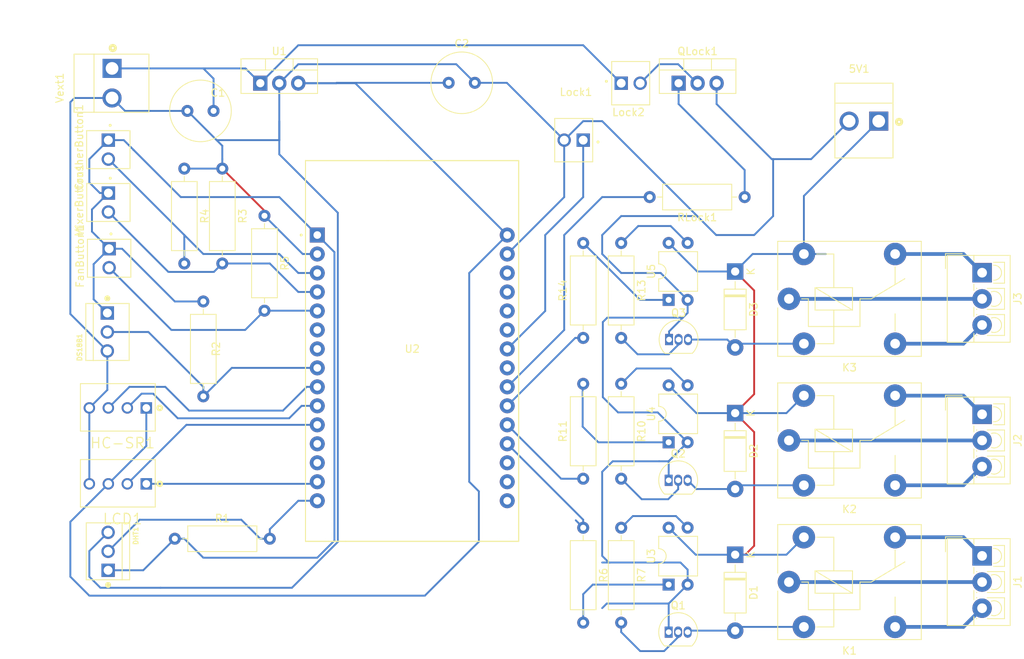
<source format=kicad_pcb>
(kicad_pcb (version 20221018) (generator pcbnew)
  (layers (0 "F.Cu" signal) (31 "B.Cu" signal) (34 "B.Paste" user) (35 "F.Paste" user) (36 "B.SilkS" user "B.Silkscreen") (37 "F.SilkS" user "F.Silkscreen") (38 "B.Mask" user) (39 "F.Mask" user) (44 "Edge.Cuts" user))
  (net 0 "")
  (net 1 "5V")
  (net 2 "GND")
  (net 3 "/VCC")
  (net 4 "/3V3")
  (net 5 "/CrusherBtn")
  (net 6 "Net-(J1-Pin_1)")
  (net 7 "Net-(D1-A)")
  (net 8 "Net-(D2-A)")
  (net 9 "Net-(D3-A)")
  (net 10 "/DHT")
  (net 11 "/DS18B20")
  (net 12 "/FanBtn")
  (net 13 "Net-(J3-Pin_1)")
  (net 14 "/Trig_HC-SR04")
  (net 15 "/Echo_HC-SR04")
  (net 16 "Net-(J1-Pin_2)")
  (net 17 "Net-(J1-Pin_3)")
  (net 18 "Net-(J2-Pin_1)")
  (net 19 "Net-(J2-Pin_2)")
  (net 20 "Net-(J2-Pin_3)")
  (net 21 "Net-(J3-Pin_2)")
  (net 22 "Net-(J3-Pin_3)")
  (net 23 "/LCD_SCL")
  (net 24 "/LCD_SDA")
  (net 25 "/Lid")
  (net 26 "Net-(QLock1-C)")
  (net 27 "/MixerBtn")
  (net 28 "Net-(Q1-B)")
  (net 29 "Net-(Q2-B)")
  (net 30 "Net-(Q3-B)")
  (net 31 "Net-(QLock1-B)")
  (net 32 "/Crusher")
  (net 33 "Net-(R6-Pad2)")
  (net 34 "Net-(R7-Pad1)")
  (net 35 "Net-(R10-Pad1)")
  (net 36 "/Mixer")
  (net 37 "Net-(R11-Pad2)")
  (net 38 "Net-(R13-Pad1)")
  (net 39 "/Fan")
  (net 40 "Net-(R14-Pad2)")
  (net 41 "/Lock")
  (footprint "TerminalBlock_4Ucon:TerminalBlock_4Ucon_1x03_P3.50mm_Vertical" (layer "F.Cu") (at 215.9 112.89 -90)
    (fp_text reference "J2" (at 3.5 -4.76 90) (layer "F.SilkS"))
    (fp_text value "MixerScrewTerminal1")
    (pad "1" thru_hole rect (at 0 0 270) (size 2.6 2.6) (drill 1.3) (layers "*.Cu" "*.Mask") (net 18 "Net-(J2-Pin_1)"))
    (pad "2" thru_hole circle (at 3.5 0 270) (size 2.6 2.6) (drill 1.3) (layers "*.Cu" "*.Mask") (net 19 "Net-(J2-Pin_2)"))
    (pad "3" thru_hole circle (at 7 0 270) (size 2.6 2.6) (drill 1.3) (layers "*.Cu" "*.Mask") (net 20 "Net-(J2-Pin_3)"))
  )
  (footprint "Conectores_Molex:Molex_100_3pines" (layer "F.Cu") (at 98.927576 101.875 90)
    (fp_text reference "DS18B1" (at -2.064295 -3.706527 90) (layer "F.SilkS") (effects (font (size 0.630011 0.630011))))
    (fp_text value "Molex 0.100")
    (pad "1" thru_hole rect (at 2.54 0 90) (size 1.785 1.785) (drill 1.19) (layers "*.Cu" "*.Mask") (net 4 "/3V3"))
    (pad "2" thru_hole circle (at 0 0 90) (size 1.785 1.785) (drill 1.19) (layers "*.Cu" "*.Mask") (net 11 "/DS18B20"))
    (pad "3" thru_hole circle (at -2.54 0 90) (size 1.785 1.785) (drill 1.19) (layers "*.Cu" "*.Mask") (net 2 "GND"))
  )
  (footprint "Resistor_THT:R_Axial_DIN0309_L9.0mm_D3.2mm_P12.70mm_Horizontal" (layer "F.Cu") (at 114.3 80.01 -90)
    (fp_text reference "R3" (at 6.35 -2.72 90) (layer "F.SilkS"))
    (fp_text value "10k")
    (pad "1" thru_hole circle (at 0 0 270) (size 1.6 1.6) (drill 0.8) (layers "*.Cu" "*.Mask") (net 2 "GND"))
    (pad "2" thru_hole oval (at 12.7 0 270) (size 1.6 1.6) (drill 0.8) (layers "*.Cu" "*.Mask") (net 27 "/MixerBtn"))
  )
  (footprint "Resistor_THT:R_Axial_DIN0309_L9.0mm_D3.2mm_P12.70mm_Horizontal" (layer "F.Cu") (at 162.56 128.07 -90)
    (fp_text reference "R6" (at 6.35 -2.72 90) (layer "F.SilkS"))
    (fp_text value "100")
    (pad "1" thru_hole circle (at 0 0 270) (size 1.6 1.6) (drill 0.8) (layers "*.Cu" "*.Mask") (net 32 "/Crusher"))
    (pad "2" thru_hole oval (at 12.7 0 270) (size 1.6 1.6) (drill 0.8) (layers "*.Cu" "*.Mask") (net 33 "Net-(R6-Pad2)"))
  )
  (footprint "Resistor_THT:R_Axial_DIN0309_L9.0mm_D3.2mm_P12.70mm_Horizontal" (layer "F.Cu") (at 107.95 129.54)
    (fp_text reference "R1" (at 6.35 -2.72) (layer "F.SilkS"))
    (fp_text value "4k7")
    (pad "1" thru_hole circle (at 0 0) (size 1.6 1.6) (drill 0.8) (layers "*.Cu" "*.Mask") (net 4 "/3V3"))
    (pad "2" thru_hole oval (at 12.7 0) (size 1.6 1.6) (drill 0.8) (layers "*.Cu" "*.Mask") (net 10 "/DHT"))
  )
  (footprint "Conectores_Molex:Molex_100_2pines" (layer "F.Cu") (at 161.29 76.2)
    (fp_text reference "Lock1" (at 0.30039 -6.43021) (layer "F.SilkS") (effects (font (size 1.001339 1.001339))))
    (fp_text value "Molex 0.100")
    (pad "1" thru_hole rect (at 1.27 0) (size 1.785 1.785) (drill 1.19) (layers "*.Cu" "*.Mask") (net 25 "/Lid"))
    (pad "2" thru_hole circle (at -1.27 0) (size 1.785 1.785) (drill 1.19) (layers "*.Cu" "*.Mask") (net 2 "GND"))
  )
  (footprint "Package_DIP:DIP-4_W7.62mm" (layer "F.Cu") (at 173.985 97.58 90)
    (fp_text reference "U5" (at 3.81 -2.33 90) (layer "F.SilkS"))
    (fp_text value "PC817")
    (pad "1" thru_hole rect (at 0 0 90) (size 1.6 1.6) (drill 0.8) (layers "*.Cu" "*.Mask") (net 40 "Net-(R14-Pad2)"))
    (pad "2" thru_hole oval (at 0 2.54 90) (size 1.6 1.6) (drill 0.8) (layers "*.Cu" "*.Mask") (net 2 "GND"))
    (pad "3" thru_hole oval (at 7.62 2.54 90) (size 1.6 1.6) (drill 0.8) (layers "*.Cu" "*.Mask") (net 38 "Net-(R13-Pad1)"))
    (pad "4" thru_hole oval (at 7.62 0 90) (size 1.6 1.6) (drill 0.8) (layers "*.Cu" "*.Mask") (net 1 "5V"))
  )
  (footprint "Conectores_Molex:Molex_100_4pines" (layer "F.Cu") (at 100.33 112.035 180)
    (fp_text reference "HC-SR1" (at -0.63545 -4.70238) (layer "F.SilkS") (effects (font (size 1.401008 1.401008))))
    (fp_text value "Molex 0.100")
    (pad "1" thru_hole rect (at -3.81 0 180) (size 1.53 1.53) (drill 1.02) (layers "*.Cu" "*.Mask") (net 1 "5V"))
    (pad "2" thru_hole circle (at -1.27 0 180) (size 1.53 1.53) (drill 1.02) (layers "*.Cu" "*.Mask") (net 14 "/Trig_HC-SR04"))
    (pad "3" thru_hole circle (at 1.27 0 180) (size 1.53 1.53) (drill 1.02) (layers "*.Cu" "*.Mask") (net 15 "/Echo_HC-SR04"))
    (pad "4" thru_hole circle (at 3.81 0 180) (size 1.53 1.53) (drill 1.02) (layers "*.Cu" "*.Mask") (net 2 "GND"))
  )
  (footprint "Conectores_Molex:Molex_100_4pines" (layer "F.Cu") (at 100.33 122.195 180)
    (fp_text reference "LCD1" (at -0.63545 -4.70238) (layer "F.SilkS") (effects (font (size 1.401008 1.401008))))
    (fp_text value "Molex 0.100")
    (pad "1" thru_hole rect (at -3.81 0 180) (size 1.53 1.53) (drill 1.02) (layers "*.Cu" "*.Mask") (net 23 "/LCD_SCL"))
    (pad "2" thru_hole circle (at -1.27 0 180) (size 1.53 1.53) (drill 1.02) (layers "*.Cu" "*.Mask") (net 24 "/LCD_SDA"))
    (pad "3" thru_hole circle (at 1.27 0 180) (size 1.53 1.53) (drill 1.02) (layers "*.Cu" "*.Mask") (net 1 "5V"))
    (pad "4" thru_hole circle (at 3.81 0 180) (size 1.53 1.53) (drill 1.02) (layers "*.Cu" "*.Mask") (net 2 "GND"))
  )
  (footprint "Resistor_THT:R_Axial_DIN0309_L9.0mm_D3.2mm_P12.70mm_Horizontal" (layer "F.Cu") (at 167.64 89.97 -90)
    (fp_text reference "R13" (at 6.35 -2.72 90) (layer "F.SilkS"))
    (fp_text value "220")
    (pad "1" thru_hole circle (at 0 0 270) (size 1.6 1.6) (drill 0.8) (layers "*.Cu" "*.Mask") (net 38 "Net-(R13-Pad1)"))
    (pad "2" thru_hole oval (at 12.7 0 270) (size 1.6 1.6) (drill 0.8) (layers "*.Cu" "*.Mask") (net 30 "Net-(Q3-B)"))
  )
  (footprint "Resistor_THT:R_Axial_DIN0309_L9.0mm_D3.2mm_P12.70mm_Horizontal" (layer "F.Cu") (at 162.56 102.67 90)
    (fp_text reference "R14" (at 6.35 -2.72 90) (layer "F.SilkS"))
    (fp_text value "100")
    (pad "1" thru_hole circle (at 0 0 90) (size 1.6 1.6) (drill 0.8) (layers "*.Cu" "*.Mask") (net 39 "/Fan"))
    (pad "2" thru_hole oval (at 12.7 0 90) (size 1.6 1.6) (drill 0.8) (layers "*.Cu" "*.Mask") (net 40 "Net-(R14-Pad2)"))
  )
  (footprint "Relay_THT:Relay_SPDT_Finder_36.11" (layer "F.Cu") (at 190.07 116.39)
    (fp_text reference "K2" (at 8.1 9.2) (layer "F.SilkS"))
    (fp_text value "FINDER-36.11")
    (pad "11" thru_hole circle (at 0 0) (size 3 3) (drill 1.3) (layers "*.Cu" "*.Mask") (net 19 "Net-(J2-Pin_2)"))
    (pad "12" thru_hole circle (at 14.2 -6) (size 3 3) (drill 1.3) (layers "*.Cu" "*.Mask") (net 18 "Net-(J2-Pin_1)"))
    (pad "14" thru_hole circle (at 14.2 6) (size 3 3) (drill 1.3) (layers "*.Cu" "*.Mask") (net 20 "Net-(J2-Pin_3)"))
    (pad "A1" thru_hole circle (at 2 6) (size 3 3) (drill 1.3) (layers "*.Cu" "*.Mask") (net 8 "Net-(D2-A)"))
    (pad "A2" thru_hole circle (at 2 -6) (size 3 3) (drill 1.3) (layers "*.Cu" "*.Mask") (net 1 "5V"))
  )
  (footprint "Package_TO_SOT_THT:TO-220-3_Vertical" (layer "F.Cu") (at 175.316736 68.58)
    (fp_text reference "QLock1" (at 2.54 -4.27) (layer "F.SilkS"))
    (fp_text value "TIP120")
    (pad "1" thru_hole rect (at 0 0) (size 1.905 2) (drill 1.1) (layers "*.Cu" "*.Mask") (net 31 "Net-(QLock1-B)"))
    (pad "2" thru_hole oval (at 2.54 0) (size 1.905 2) (drill 1.1) (layers "*.Cu" "*.Mask") (net 26 "Net-(QLock1-C)"))
    (pad "3" thru_hole oval (at 5.08 0) (size 1.905 2) (drill 1.1) (layers "*.Cu" "*.Mask") (net 2 "GND"))
  )
  (footprint "Capacitor_THT:C_Radial_D8.0mm_H7.0mm_P3.50mm" (layer "F.Cu") (at 144.568954 68.52646)
    (fp_text reference "C2" (at 1.75 -5.25) (layer "F.SilkS"))
    (fp_text value "100nF")
    (pad "1" thru_hole circle (at 0 0) (size 1.6 1.6) (drill 0.8) (layers "*.Cu" "*.Mask") (net 1 "5V"))
    (pad "2" thru_hole circle (at 3.5 0) (size 1.6 1.6) (drill 0.8) (layers "*.Cu" "*.Mask") (net 2 "GND"))
  )
  (footprint "Resistor_THT:R_Axial_DIN0309_L9.0mm_D3.2mm_P12.70mm_Horizontal" (layer "F.Cu") (at 109.22 80.01 -90)
    (fp_text reference "R4" (at 6.35 -2.72 90) (layer "F.SilkS"))
    (fp_text value "10k")
    (pad "1" thru_hole circle (at 0 0 270) (size 1.6 1.6) (drill 0.8) (layers "*.Cu" "*.Mask") (net 2 "GND"))
    (pad "2" thru_hole oval (at 12.7 0 270) (size 1.6 1.6) (drill 0.8) (layers "*.Cu" "*.Mask") (net 5 "/CrusherBtn"))
  )
  (footprint "Capacitor_THT:C_Radial_D8.0mm_H7.0mm_P3.50mm" (layer "F.Cu") (at 113.132295 72.287704 180)
    (fp_text reference "C1" (at -0.582771 2.419325) (layer "F.SilkS"))
    (fp_text value "33nF")
    (pad "1" thru_hole circle (at 0 0 180) (size 1.6 1.6) (drill 0.8) (layers "*.Cu" "*.Mask") (net 3 "/VCC"))
    (pad "2" thru_hole circle (at 3.5 0 180) (size 1.6 1.6) (drill 0.8) (layers "*.Cu" "*.Mask") (net 2 "GND"))
  )
  (footprint "Conectores_Molex:Molex_100_3pines" (layer "F.Cu") (at 99.02894 131.223966 -90)
    (fp_text reference "DHT1" (at -2.064295 -3.706527 90) (layer "F.SilkS") (effects (font (size 0.630011 0.630011))))
    (fp_text value "Molex 0.100")
    (pad "1" thru_hole rect (at 2.54 0 270) (size 1.785 1.785) (drill 1.19) (layers "*.Cu" "*.Mask") (net 4 "/3V3"))
    (pad "2" thru_hole circle (at 0 0 270) (size 1.785 1.785) (drill 1.19) (layers "*.Cu" "*.Mask") (net 10 "/DHT"))
    (pad "3" thru_hole circle (at -2.54 0 270) (size 1.785 1.785) (drill 1.19) (layers "*.Cu" "*.Mask") (net 2 "GND"))
  )
  (footprint "ESP32-DEVKIT-V1:MODULE_ESP32_DEVKIT_V1" (layer "F.Cu") (at 139.7 104.415)
    (fp_text reference "U2" (at 0 -0.275) (layer "F.SilkS"))
    (fp_text value "ESP32-DEVKIT-V1")
    (pad "" np_thru_hole circle (at -12.28 -23.475) (size 3 3) (drill 3) (layers "*.Cu" "*.Mask"))
    (pad "" np_thru_hole circle (at -12.28 23.475) (size 3 3) (drill 3) (layers "*.Cu" "*.Mask"))
    (pad "" np_thru_hole circle (at 12.23 -23.475) (size 3 3) (drill 3) (layers "*.Cu" "*.Mask"))
    (pad "" np_thru_hole circle (at 12.23 23.475) (size 3 3) (drill 3) (layers "*.Cu" "*.Mask"))
    (pad "1" thru_hole rect (at -12.7 -15.515) (size 2 2) (drill 1.02) (layers "*.Cu" "*.Mask") (net 4 "/3V3"))
    (pad "2" thru_hole circle (at -12.7 -12.975) (size 2 2) (drill 1.02) (layers "*.Cu" "*.Mask") (net 2 "GND"))
    (pad "3" thru_hole circle (at -12.7 -10.435) (size 2 2) (drill 1.02) (layers "*.Cu" "*.Mask") (net 5 "/CrusherBtn"))
    (pad "4" thru_hole circle (at -12.7 -7.895) (size 2 2) (drill 1.02) (layers "*.Cu" "*.Mask") (net 27 "/MixerBtn"))
    (pad "5" thru_hole circle (at -12.7 -5.355) (size 2 2) (drill 1.02) (layers "*.Cu" "*.Mask") (net 12 "/FanBtn"))
    (pad "6" thru_hole circle (at -12.7 -2.815) (size 2 2) (drill 1.02) (layers "*.Cu" "*.Mask"))
    (pad "7" thru_hole circle (at -12.7 -0.275) (size 2 2) (drill 1.02) (layers "*.Cu" "*.Mask"))
    (pad "8" thru_hole circle (at -12.7 2.265) (size 2 2) (drill 1.02) (layers "*.Cu" "*.Mask") (net 11 "/DS18B20"))
    (pad "9" thru_hole circle (at -12.7 4.805) (size 2 2) (drill 1.02) (layers "*.Cu" "*.Mask") (net 15 "/Echo_HC-SR04"))
    (pad "10" thru_hole circle (at -12.7 7.345) (size 2 2) (drill 1.02) (layers "*.Cu" "*.Mask") (net 14 "/Trig_HC-SR04"))
    (pad "11" thru_hole circle (at -12.7 9.885) (size 2 2) (drill 1.02) (layers "*.Cu" "*.Mask") (net 24 "/LCD_SDA"))
    (pad "12" thru_hole circle (at -12.7 12.425) (size 2 2) (drill 1.02) (layers "*.Cu" "*.Mask"))
    (pad "13" thru_hole circle (at -12.7 14.965) (size 2 2) (drill 1.02) (layers "*.Cu" "*.Mask"))
    (pad "14" thru_hole circle (at -12.7 17.505) (size 2 2) (drill 1.02) (layers "*.Cu" "*.Mask") (net 23 "/LCD_SCL"))
    (pad "15" thru_hole circle (at -12.7 20.045) (size 2 2) (drill 1.02) (layers "*.Cu" "*.Mask") (net 10 "/DHT"))
    (pad "16" thru_hole circle (at 12.7 20.045) (size 2 2) (drill 1.02) (layers "*.Cu" "*.Mask"))
    (pad "17" thru_hole circle (at 12.7 17.505) (size 2 2) (drill 1.02) (layers "*.Cu" "*.Mask"))
    (pad "18" thru_hole circle (at 12.7 14.965) (size 2 2) (drill 1.02) (layers "*.Cu" "*.Mask"))
    (pad "19" thru_hole circle (at 12.7 12.425) (size 2 2) (drill 1.02) (layers "*.Cu" "*.Mask") (net 32 "/Crusher"))
    (pad "20" thru_hole circle (at 12.7 9.885) (size 2 2) (drill 1.02) (layers "*.Cu" "*.Mask") (net 36 "/Mixer"))
    (pad "21" thru_hole circle (at 12.7 7.345) (size 2 2) (drill 1.02) (layers "*.Cu" "*.Mask") (net 39 "/Fan"))
    (pad "22" thru_hole circle (at 12.7 4.805) (size 2 2) (drill 1.02) (layers "*.Cu" "*.Mask") (net 41 "/Lock"))
    (pad "23" thru_hole circle (at 12.7 2.265) (size 2 2) (drill 1.02) (layers "*.Cu" "*.Mask"))
    (pad "24" thru_hole circle (at 12.7 -0.275) (size 2 2) (drill 1.02) (layers "*.Cu" "*.Mask") (net 25 "/Lid"))
    (pad "25" thru_hole circle (at 12.7 -2.815) (size 2 2) (drill 1.02) (layers "*.Cu" "*.Mask"))
    (pad "26" thru_hole circle (at 12.7 -5.355) (size 2 2) (drill 1.02) (layers "*.Cu" "*.Mask"))
    (pad "27" thru_hole circle (at 12.7 -7.895) (size 2 2) (drill 1.02) (layers "*.Cu" "*.Mask"))
    (pad "28" thru_hole circle (at 12.7 -10.435) (size 2 2) (drill 1.02) (layers "*.Cu" "*.Mask"))
    (pad "29" thru_hole circle (at 12.7 -12.975) (size 2 2) (drill 1.02) (layers "*.Cu" "*.Mask") (net 2 "GND"))
    (pad "30" thru_hole circle (at 12.7 -15.515) (size 2 2) (drill 1.02) (layers "*.Cu" "*.Mask") (net 1 "5V"))
  )
  (footprint "Resistor_THT:R_Axial_DIN0309_L9.0mm_D3.2mm_P12.70mm_Horizontal" (layer "F.Cu") (at 162.56 121.51 90)
    (fp_text reference "R11" (at 6.35 -2.72 90) (layer "F.SilkS"))
    (fp_text value "100")
    (pad "1" thru_hole circle (at 0 0 90) (size 1.6 1.6) (drill 0.8) (layers "*.Cu" "*.Mask") (net 36 "/Mixer"))
    (pad "2" thru_hole oval (at 12.7 0 90) (size 1.6 1.6) (drill 0.8) (layers "*.Cu" "*.Mask") (net 37 "Net-(R11-Pad2)"))
  )
  (footprint "Conectores_Molex:Molex_100_2pines" (layer "F.Cu") (at 168.91 68.58 180)
    (fp_text reference "Lock2" (at 0.30039 -3.89021) (layer "F.SilkS") (effects (font (size 1.001339 1.001339))))
    (fp_text value "Molex 0.100")
    (pad "1" thru_hole rect (at 1.27 0 180) (size 1.785 1.785) (drill 1.19) (layers "*.Cu" "*.Mask") (net 3 "/VCC"))
    (pad "2" thru_hole circle (at -1.27 0 180) (size 1.785 1.785) (drill 1.19) (layers "*.Cu" "*.Mask") (net 26 "Net-(QLock1-C)"))
  )
  (footprint "Resistor_THT:R_Axial_DIN0309_L9.0mm_D3.2mm_P12.70mm_Horizontal" (layer "F.Cu") (at 119.937575 86.321496 -90)
    (fp_text reference "R5" (at 6.35 -2.72 90) (layer "F.SilkS"))
    (fp_text value "10k")
    (pad "1" thru_hole circle (at 0 0 270) (size 1.6 1.6) (drill 0.8) (layers "*.Cu" "*.Mask") (net 2 "GND"))
    (pad "2" thru_hole oval (at 12.7 0 270) (size 1.6 1.6) (drill 0.8) (layers "*.Cu" "*.Mask") (net 12 "/FanBtn"))
  )
  (footprint "Package_TO_SOT_THT:TO-220-3_Vertical" (layer "F.Cu") (at 119.38 68.58)
    (fp_text reference "U1" (at 2.54 -4.27) (layer "F.SilkS"))
    (fp_text value "LM7805_TO220")
    (pad "1" thru_hole rect (at 0 0) (size 1.905 2) (drill 1.1) (layers "*.Cu" "*.Mask") (net 3 "/VCC"))
    (pad "2" thru_hole oval (at 2.54 0) (size 1.905 2) (drill 1.1) (layers "*.Cu" "*.Mask") (net 2 "GND"))
    (pad "3" thru_hole oval (at 5.08 0) (size 1.905 2) (drill 1.1) (layers "*.Cu" "*.Mask") (net 1 "5V"))
  )
  (footprint "Diode_THT:D_DO-41_SOD81_P10.16mm_Horizontal" (layer "F.Cu") (at 182.88 131.68 -90)
    (fp_text reference "D1" (at 5.08 -2.47 90) (layer "F.SilkS"))
    (fp_text value "1N4007")
    (fp_text user "K" (at 0 -2.1 90) (layer "F.SilkS"))
    (pad "1" thru_hole rect (at 0 0 270) (size 2.2 2.2) (drill 1.1) (layers "*.Cu" "*.Mask") (net 1 "5V"))
    (pad "2" thru_hole oval (at 10.16 0 270) (size 2.2 2.2) (drill 1.1) (layers "*.Cu" "*.Mask") (net 7 "Net-(D1-A)"))
  )
  (footprint "Relay_THT:Relay_SPDT_Finder_36.11" (layer "F.Cu") (at 190.07 135.34)
    (fp_text reference "K1" (at 8.1 9.2) (layer "F.SilkS"))
    (fp_text value "FINDER-36.11")
    (pad "11" thru_hole circle (at 0 0) (size 3 3) (drill 1.3) (layers "*.Cu" "*.Mask") (net 16 "Net-(J1-Pin_2)"))
    (pad "12" thru_hole circle (at 14.2 -6) (size 3 3) (drill 1.3) (layers "*.Cu" "*.Mask") (net 6 "Net-(J1-Pin_1)"))
    (pad "14" thru_hole circle (at 14.2 6) (size 3 3) (drill 1.3) (layers "*.Cu" "*.Mask") (net 17 "Net-(J1-Pin_3)"))
    (pad "A1" thru_hole circle (at 2 6) (size 3 3) (drill 1.3) (layers "*.Cu" "*.Mask") (net 7 "Net-(D1-A)"))
    (pad "A2" thru_hole circle (at 2 -6) (size 3 3) (drill 1.3) (layers "*.Cu" "*.Mask") (net 1 "5V"))
  )
  (footprint "TerminalBlock_4Ucon:TerminalBlock_4Ucon_1x03_P3.50mm_Vertical" (layer "F.Cu") (at 215.9 131.84 -90)
    (fp_text reference "J1" (at 3.5 -4.76 90) (layer "F.SilkS"))
    (fp_text value "Screw_Terminal_Crusher1")
    (pad "1" thru_hole rect (at 0 0 270) (size 2.6 2.6) (drill 1.3) (layers "*.Cu" "*.Mask") (net 6 "Net-(J1-Pin_1)"))
    (pad "2" thru_hole circle (at 3.5 0 270) (size 2.6 2.6) (drill 1.3) (layers "*.Cu" "*.Mask") (net 16 "Net-(J1-Pin_2)"))
    (pad "3" thru_hole circle (at 7 0 270) (size 2.6 2.6) (drill 1.3) (layers "*.Cu" "*.Mask") (net 17 "Net-(J1-Pin_3)"))
  )
  (footprint "Relay_THT:Relay_SPDT_Finder_36.11" (layer "F.Cu") (at 190.07 97.44)
    (fp_text reference "K3" (at 8.1 9.2) (layer "F.SilkS"))
    (fp_text value "FINDER-36.11")
    (pad "11" thru_hole circle (at 0 0) (size 3 3) (drill 1.3) (layers "*.Cu" "*.Mask") (net 21 "Net-(J3-Pin_2)"))
    (pad "12" thru_hole circle (at 14.2 -6) (size 3 3) (drill 1.3) (layers "*.Cu" "*.Mask") (net 13 "Net-(J3-Pin_1)"))
    (pad "14" thru_hole circle (at 14.2 6) (size 3 3) (drill 1.3) (layers "*.Cu" "*.Mask") (net 22 "Net-(J3-Pin_3)"))
    (pad "A1" thru_hole circle (at 2 6) (size 3 3) (drill 1.3) (layers "*.Cu" "*.Mask") (net 9 "Net-(D3-A)"))
    (pad "A2" thru_hole circle (at 2 -6) (size 3 3) (drill 1.3) (layers "*.Cu" "*.Mask") (net 1 "5V"))
  )
  (footprint "Package_DIP:DIP-4_W7.62mm" (layer "F.Cu") (at 173.985 116.64 90)
    (fp_text reference "U4" (at 3.81 -2.33 90) (layer "F.SilkS"))
    (fp_text value "PC817")
    (pad "1" thru_hole rect (at 0 0 90) (size 1.6 1.6) (drill 0.8) (layers "*.Cu" "*.Mask") (net 37 "Net-(R11-Pad2)"))
    (pad "2" thru_hole oval (at 0 2.54 90) (size 1.6 1.6) (drill 0.8) (layers "*.Cu" "*.Mask") (net 2 "GND"))
    (pad "3" thru_hole oval (at 7.62 2.54 90) (size 1.6 1.6) (drill 0.8) (layers "*.Cu" "*.Mask") (net 35 "Net-(R10-Pad1)"))
    (pad "4" thru_hole oval (at 7.62 0 90) (size 1.6 1.6) (drill 0.8) (layers "*.Cu" "*.Mask") (net 1 "5V"))
  )
  (footprint "Diode_THT:D_DO-41_SOD81_P10.16mm_Horizontal" (layer "F.Cu") (at 182.88 112.73 -90)
    (fp_text reference "D2" (at 5.08 -2.47 90) (layer "F.SilkS"))
    (fp_text value "1N4007")
    (fp_text user "K" (at 0 -2.1 90) (layer "F.SilkS"))
    (pad "1" thru_hole rect (at 0 0 270) (size 2.2 2.2) (drill 1.1) (layers "*.Cu" "*.Mask") (net 1 "5V"))
    (pad "2" thru_hole oval (at 10.16 0 270) (size 2.2 2.2) (drill 1.1) (layers "*.Cu" "*.Mask") (net 8 "Net-(D2-A)"))
  )
  (footprint "TerminalBlock_4Ucon:TerminalBlock_4Ucon_1x03_P3.50mm_Vertical" (layer "F.Cu") (at 215.9 93.94 -90)
    (fp_text reference "J3" (at 3.5 -4.76 90) (layer "F.SilkS"))
    (fp_text value "FanScrewTerminal1")
    (pad "1" thru_hole rect (at 0 0 270) (size 2.6 2.6) (drill 1.3) (layers "*.Cu" "*.Mask") (net 13 "Net-(J3-Pin_1)"))
    (pad "2" thru_hole circle (at 3.5 0 270) (size 2.6 2.6) (drill 1.3) (layers "*.Cu" "*.Mask") (net 21 "Net-(J3-Pin_2)"))
    (pad "3" thru_hole circle (at 7 0 270) (size 2.6 2.6) (drill 1.3) (layers "*.Cu" "*.Mask") (net 22 "Net-(J3-Pin_3)"))
  )
  (footprint "Package_DIP:DIP-4_W7.62mm" (layer "F.Cu") (at 173.985 135.68 90)
    (fp_text reference "U3" (at 3.81 -2.33 90) (layer "F.SilkS"))
    (fp_text value "PC817")
    (pad "1" thru_hole rect (at 0 0 90) (size 1.6 1.6) (drill 0.8) (layers "*.Cu" "*.Mask") (net 33 "Net-(R6-Pad2)"))
    (pad "2" thru_hole oval (at 0 2.54 90) (size 1.6 1.6) (drill 0.8) (layers "*.Cu" "*.Mask") (net 2 "GND"))
    (pad "3" thru_hole oval (at 7.62 2.54 90) (size 1.6 1.6) (drill 0.8) (layers "*.Cu" "*.Mask") (net 34 "Net-(R7-Pad1)"))
    (pad "4" thru_hole oval (at 7.62 0 90) (size 1.6 1.6) (drill 0.8) (layers "*.Cu" "*.Mask") (net 1 "5V"))
  )
  (footprint "Package_TO_SOT_THT:TO-92_Inline" (layer "F.Cu") (at 174.045825 102.888645)
    (fp_text reference "Q3" (at 1.27 -3.56) (layer "F.SilkS"))
    (fp_text value "2N3904")
    (pad "1" thru_hole rect (at 0 0) (size 1.05 1.5) (drill 0.75) (layers "*.Cu" "*.Mask") (net 2 "GND"))
    (pad "2" thru_hole oval (at 1.27 0) (size 1.05 1.5) (drill 0.75) (layers "*.Cu" "*.Mask") (net 30 "Net-(Q3-B)"))
    (pad "3" thru_hole oval (at 2.54 0) (size 1.05 1.5) (drill 0.75) (layers "*.Cu" "*.Mask") (net 9 "Net-(D3-A)"))
  )
  (footprint "Conectores_Molex:Molex_100_2pines" (layer "F.Cu") (at 99.06 77.47 90)
    (fp_text reference "CrusherButton1" (at 0.30039 -3.89021 90) (layer "F.SilkS") (effects (font (size 1.001339 1.001339))))
    (fp_text value "Molex 0.100")
    (pad "1" thru_hole rect (at 1.27 0 90) (size 1.785 1.785) (drill 1.19) (layers "*.Cu" "*.Mask") (net 4 "/3V3"))
    (pad "2" thru_hole circle (at -1.27 0 90) (size 1.785 1.785) (drill 1.19) (layers "*.Cu" "*.Mask") (net 5 "/CrusherBtn"))
  )
  (footprint "Conectores_Molex:Molex_156_2pines" (layer "F.Cu") (at 99.556635 68.58 90)
    (fp_text reference "Vext1" (at -0.63551 -6.99071 90) (layer "F.SilkS") (effects (font (size 1.000819 1.000819))))
    (fp_text value "Molex 0.156")
    (pad "1" thru_hole rect (at 1.98 0 90) (size 2.55 2.55) (drill 1.7) (layers "*.Cu" "*.Mask") (net 3 "/VCC"))
    (pad "2" thru_hole circle (at -1.98 0 90) (size 2.55 2.55) (drill 1.7) (layers "*.Cu" "*.Mask") (net 2 "GND"))
  )
  (footprint "Conectores_Molex:Molex_100_2pines" (layer "F.Cu") (at 99.069266 84.546474 90)
    (fp_text reference "MixerButton1" (at 0.30039 -3.89021 90) (layer "F.SilkS") (effects (font (size 1.001339 1.001339))))
    (fp_text value "Molex 0.100")
    (pad "1" thru_hole rect (at 1.27 0 90) (size 1.785 1.785) (drill 1.19) (layers "*.Cu" "*.Mask") (net 4 "/3V3"))
    (pad "2" thru_hole circle (at -1.27 0 90) (size 1.785 1.785) (drill 1.19) (layers "*.Cu" "*.Mask") (net 27 "/MixerBtn"))
  )
  (footprint "Package_TO_SOT_THT:TO-92_Inline" (layer "F.Cu") (at 173.99 142.04)
    (fp_text reference "Q1" (at 1.27 -3.56) (layer "F.SilkS"))
    (fp_text value "2N3904")
    (pad "1" thru_hole rect (at 0 0) (size 1.05 1.5) (drill 0.75) (layers "*.Cu" "*.Mask") (net 2 "GND"))
    (pad "2" thru_hole oval (at 1.27 0) (size 1.05 1.5) (drill 0.75) (layers "*.Cu" "*.Mask") (net 28 "Net-(Q1-B)"))
    (pad "3" thru_hole oval (at 2.54 0) (size 1.05 1.5) (drill 0.75) (layers "*.Cu" "*.Mask") (net 7 "Net-(D1-A)"))
  )
  (footprint "Diode_THT:D_DO-41_SOD81_P10.16mm_Horizontal" (layer "F.Cu") (at 182.88 93.78 -90)
    (fp_text reference "D3" (at 5.08 -2.47 90) (layer "F.SilkS"))
    (fp_text value "1N4007")
    (fp_text user "K" (at 0 -2.1 90) (layer "F.SilkS"))
    (pad "1" thru_hole rect (at 0 0 270) (size 2.2 2.2) (drill 1.1) (layers "*.Cu" "*.Mask") (net 1 "5V"))
    (pad "2" thru_hole oval (at 10.16 0 270) (size 2.2 2.2) (drill 1.1) (layers "*.Cu" "*.Mask") (net 9 "Net-(D3-A)"))
  )
  (footprint "Conectores_Molex:Molex_156_2pines" (layer "F.Cu") (at 200.1 73.66)
    (fp_text reference "5V1" (at -0.63551 -6.99071) (layer "F.SilkS") (effects (font (size 1.000819 1.000819))))
    (fp_text value "Molex 0.156")
    (pad "1" thru_hole rect (at 1.98 0) (size 2.55 2.55) (drill 1.7) (layers "*.Cu" "*.Mask") (net 1 "5V"))
    (pad "2" thru_hole circle (at -1.98 0) (size 2.55 2.55) (drill 1.7) (layers "*.Cu" "*.Mask") (net 2 "GND"))
  )
  (footprint "Resistor_THT:R_Axial_DIN0309_L9.0mm_D3.2mm_P12.70mm_Horizontal" (layer "F.Cu") (at 111.76 97.79 -90)
    (fp_text reference "R2" (at 6.35 -1.72 90) (layer "F.SilkS"))
    (fp_text value "4k7")
    (pad "1" thru_hole circle (at 0 0 270) (size 1.6 1.6) (drill 0.8) (layers "*.Cu" "*.Mask") (net 4 "/3V3"))
    (pad "2" thru_hole oval (at 12.7 0 270) (size 1.6 1.6) (drill 0.8) (layers "*.Cu" "*.Mask") (net 11 "/DS18B20"))
  )
  (footprint "Package_TO_SOT_THT:TO-92_Inline" (layer "F.Cu") (at 173.99 121.72)
    (fp_text reference "Q2" (at 1.27 -3.56) (layer "F.SilkS"))
    (fp_text value "2N3904")
    (pad "1" thru_hole rect (at 0 0) (size 1.05 1.5) (drill 0.75) (layers "*.Cu" "*.Mask") (net 2 "GND"))
    (pad "2" thru_hole oval (at 1.27 0) (size 1.05 1.5) (drill 0.75) (layers "*.Cu" "*.Mask") (net 29 "Net-(Q2-B)"))
    (pad "3" thru_hole oval (at 2.54 0) (size 1.05 1.5) (drill 0.75) (layers "*.Cu" "*.Mask") (net 8 "Net-(D2-A)"))
  )
  (footprint "Resistor_THT:R_Axial_DIN0309_L9.0mm_D3.2mm_P12.70mm_Horizontal" (layer "F.Cu") (at 184.15 83.82 180)
    (fp_text reference "RLock1" (at 6.35 -2.72) (layer "F.SilkS"))
    (fp_text value "2k2")
    (pad "1" thru_hole circle (at 0 0 180) (size 1.6 1.6) (drill 0.8) (layers "*.Cu" "*.Mask") (net 31 "Net-(QLock1-B)"))
    (pad "2" thru_hole oval (at 12.7 0 180) (size 1.6 1.6) (drill 0.8) (layers "*.Cu" "*.Mask") (net 41 "/Lock"))
  )
  (footprint "Conectores_Molex:Molex_100_2pines" (layer "F.Cu") (at 99.164193 92.001477 90)
    (fp_text reference "FanButton1" (at 0.30039 -3.89021 90) (layer "F.SilkS") (effects (font (size 1.001339 1.001339))))
    (fp_text value "Molex 0.100")
    (pad "1" thru_hole rect (at 1.27 0 90) (size 1.785 1.785) (drill 1.19) (layers "*.Cu" "*.Mask") (net 4 "/3V3"))
    (pad "2" thru_hole circle (at -1.27 0 90) (size 1.785 1.785) (drill 1.19) (layers "*.Cu" "*.Mask") (net 12 "/FanBtn"))
  )
  (footprint "Resistor_THT:R_Axial_DIN0309_L9.0mm_D3.2mm_P12.70mm_Horizontal" (layer "F.Cu") (at 167.64 108.81 -90)
    (fp_text reference "R10" (at 6.35 -2.72 90) (layer "F.SilkS"))
    (fp_text value "220")
    (pad "1" thru_hole circle (at 0 0 270) (size 1.6 1.6) (drill 0.8) (layers "*.Cu" "*.Mask") (net 35 "Net-(R10-Pad1)"))
    (pad "2" thru_hole oval (at 12.7 0 270) (size 1.6 1.6) (drill 0.8) (layers "*.Cu" "*.Mask") (net 29 "Net-(Q2-B)"))
  )
  (footprint "Resistor_THT:R_Axial_DIN0309_L9.0mm_D3.2mm_P12.70mm_Horizontal" (layer "F.Cu") (at 167.64 128.07 -90)
    (fp_text reference "R7" (at 6.35 -2.72 90) (layer "F.SilkS"))
    (fp_text value "220")
    (pad "1" thru_hole circle (at 0 0 270) (size 1.6 1.6) (drill 0.8) (layers "*.Cu" "*.Mask") (net 34 "Net-(R7-Pad1)"))
    (pad "2" thru_hole oval (at 12.7 0 270) (size 1.6 1.6) (drill 0.8) (layers "*.Cu" "*.Mask") (net 28 "Net-(Q1-B)"))
  )
  (segment (start 185.42 96.32) (end 182.88 93.78) (width 0.25) (layer "F.Cu") (net 1))
  (segment (start 185.42 110.19) (end 185.42 96.32) (width 0.25) (layer "F.Cu") (net 1))
  (segment (start 182.88 131.68) (end 184.23 131.68) (width 0.25) (layer "F.Cu") (net 1))
  (segment (start 185.42 130.49) (end 185.42 115.27) (width 0.25) (layer "F.Cu") (net 1))
  (segment (start 185.42 115.27) (end 182.88 112.73) (width 0.25) (layer "F.Cu") (net 1))
  (segment (start 182.88 112.73) (end 185.42 110.19) (width 0.25) (layer "F.Cu") (net 1))
  (segment (start 184.23 131.68) (end 185.42 130.49) (width 0.25) (layer "F.Cu") (net 1))
  (segment (start 189.73 112.73) (end 182.88 112.73) (width 0.25) (layer "B.Cu") (net 1))
  (segment (start 99.06 122.195) (end 93.98 127.275) (width 0.25) (layer "B.Cu") (net 1))
  (segment (start 177.605 131.68) (end 173.985 128.06) (width 0.25) (layer "B.Cu") (net 1))
  (segment (start 104.14 117.115) (end 99.06 122.195) (width 0.25) (layer "B.Cu") (net 1))
  (segment (start 182.88 93.78) (end 177.805 93.78) (width 0.25) (layer "B.Cu") (net 1))
  (segment (start 189.73 131.68) (end 192.07 129.34) (width 0.25) (layer "B.Cu") (net 1))
  (segment (start 177.805 93.78) (end 173.985 89.96) (width 0.25) (layer "B.Cu") (net 1))
  (segment (start 185.22 91.44) (end 182.88 93.78) (width 0.25) (layer "B.Cu") (net 1))
  (segment (start 195.02 91.44) (end 192.07 91.44) (width 0.25) (layer "B.Cu") (net 1))
  (segment (start 141.386778 137.16) (end 96.52 137.16) (width 0.25) (layer "B.Cu") (net 1))
  (segment (start 124.46 68.58) (end 132.08 68.58) (width 0.25) (layer "B.Cu") (net 1))
  (segment (start 129.59354 68.52646) (end 129.54 68.58) (width 0.25) (layer "B.Cu") (net 1))
  (segment (start 148.605 129.941778) (end 141.386778 137.16) (width 0.25) (layer "B.Cu") (net 1))
  (segment (start 173.985 109.02) (end 177.695 112.73) (width 0.25) (layer "B.Cu") (net 1))
  (segment (start 182.88 131.68) (end 177.605 131.68) (width 0.25) (layer "B.Cu") (net 1))
  (segment (start 147.32 121.92) (end 148.605 123.205) (width 0.25) (layer "B.Cu") (net 1))
  (segment (start 104.14 112.035) (end 104.14 117.115) (width 0.25) (layer "B.Cu") (net 1))
  (segment (start 147.32 93.98) (end 147.32 121.92) (width 0.25) (layer "B.Cu") (net 1))
  (segment (start 93.98 127.275) (end 93.98 134.62) (width 0.25) (layer "B.Cu") (net 1))
  (segment (start 132.08 68.58) (end 152.4 88.9) (width 0.25) (layer "B.Cu") (net 1))
  (segment (start 192.07 83.67) (end 202.08 73.66) (width 0.25) (layer "B.Cu") (net 1))
  (segment (start 152.4 88.9) (end 147.32 93.98) (width 0.25) (layer "B.Cu") (net 1))
  (segment (start 148.605 123.205) (end 148.605 129.941778) (width 0.25) (layer "B.Cu") (net 1))
  (segment (start 192.07 91.44) (end 192.07 83.67) (width 0.25) (layer "B.Cu") (net 1))
  (segment (start 182.88 131.68) (end 189.73 131.68) (width 0.25) (layer "B.Cu") (net 1))
  (segment (start 93.98 134.62) (end 96.52 137.16) (width 0.25) (layer "B.Cu") (net 1))
  (segment (start 129.54 68.58) (end 124.46 68.58) (width 0.25) (layer "B.Cu") (net 1))
  (segment (start 192.07 110.39) (end 189.73 112.73) (width 0.25) (layer "B.Cu") (net 1))
  (segment (start 144.568954 68.52646) (end 129.59354 68.52646) (width 0.25) (layer "B.Cu") (net 1))
  (segment (start 177.695 112.73) (end 182.88 112.73) (width 0.25) (layer "B.Cu") (net 1))
  (segment (start 192.07 91.44) (end 185.22 91.44) (width 0.25) (layer "B.Cu") (net 1))
  (segment (start 114.3 80.01) (end 119.937575 85.647575) (width 0.25) (layer "F.Cu") (net 2))
  (segment (start 119.937575 85.647575) (end 119.937575 86.321496) (width 0.25) (layer "F.Cu") (net 2))
  (segment (start 165.1 88.9) (end 167.64 86.36) (width 0.25) (layer "B.Cu") (net 2))
  (segment (start 167.64 93.98) (end 165.1 91.44) (width 0.25) (layer "B.Cu") (net 2))
  (segment (start 109.22 80.01) (end 114.3 80.01) (width 0.25) (layer "B.Cu") (net 2))
  (segment (start 187.96 78.74) (end 193.04 78.74) (width 0.25) (layer "B.Cu") (net 2))
  (segment (start 119.418504 86.321496) (end 119.38 86.36) (width 0.25) (layer "B.Cu") (net 2))
  (segment (start 176.525 116.64) (end 172.523105 112.638105) (width 0.25) (layer "B.Cu") (net 2))
  (segment (start 176.525 116.64) (end 173.99 119.175) (width 0.25) (layer "B.Cu") (net 2))
  (segment (start 173.99 119.175) (end 173.985 119.18) (width 0.25) (layer "B.Cu") (net 2))
  (segment (start 99.02894 128.683966) (end 96.52 131.192906) (width 0.25) (layer "B.Cu") (net 2))
  (segment (start 160.02 83.82) (end 152.4 91.44) (width 0.25) (layer "B.Cu") (net 2))
  (segment (start 180.396736 68.58) (end 180.396736 71.363739) (width 0.25) (layer "B.Cu") (net 2))
  (segment (start 175.567033 132.724341) (end 166.123444 132.724341) (width 0.25) (layer "B.Cu") (net 2))
  (segment (start 98.927576 104.415) (end 98.927576 109.627424) (width 0.25) (layer "B.Cu") (net 2))
  (segment (start 119.937575 86.321496) (end 119.418504 86.321496) (width 0.25) (layer "B.Cu") (net 2))
  (segment (start 124.46 66.04) (end 121.92 68.58) (width 0.25) (layer "B.Cu") (net 2))
  (segment (start 96.52 134.62) (end 98.004008 136.104008) (width 0.25) (layer "B.Cu") (net 2))
  (segment (start 193.04 78.74) (end 198.12 73.66) (width 0.25) (layer "B.Cu") (net 2))
  (segment (start 174.045825 101.795421) (end 175.890348 99.950898) (width 0.25) (layer "B.Cu") (net 2))
  (segment (start 187.96 86.36) (end 185.42 88.9) (width 0.25) (layer "B.Cu") (net 2))
  (segment (start 94.54 70.56) (end 99.556635 70.56) (width 0.25) (layer "B.Cu") (net 2))
  (segment (start 160.02 76.2) (end 160.02 83.82) (width 0.25) (layer "B.Cu") (net 2))
  (segment (start 173.99 142.04) (end 173.99 138.215) (width 0.25) (layer "B.Cu") (net 2))
  (segment (start 172.925 93.98) (end 167.64 93.98) (width 0.25) (layer "B.Cu") (net 2))
  (segment (start 93.98 99.467424) (end 93.98 71.12) (width 0.25) (layer "B.Cu") (net 2))
  (segment (start 166.123444 132.724341) (end 165.986209 132.724341) (width 0.25) (layer "B.Cu") (net 2))
  (segment (start 152.34646 68.52646) (end 160.02 76.2) (width 0.25) (layer "B.Cu") (net 2))
  (segment (start 98.927576 109.627424) (end 96.52 112.035) (width 0.25) (layer "B.Cu") (net 2))
  (segment (start 166.502583 119.18) (end 165.1 120.582583) (width 0.25) (layer "B.Cu") (net 2))
  (segment (start 172.72 119.18) (end 173.985 119.18) (width 0.25) (layer "B.Cu") (net 2))
  (segment (start 165.183737 110.597034) (end 165.183737 100.548682) (width 0.25) (layer "B.Cu") (net 2))
  (segment (start 101.284339 72.287704) (end 109.632295 72.287704) (width 0.25) (layer "B.Cu") (net 2))
  (segment (start 93.98 71.12) (end 94.54 70.56) (width 0.25) (layer "B.Cu") (net 2))
  (segment (start 113.544591 76.2) (end 109.632295 72.287704) (width 0.25) (layer "B.Cu") (net 2))
  (segment (start 173.99 138.215) (end 176.525 135.68) (width 0.25) (layer "B.Cu") (net 2))
  (segment (start 176.525 135.68) (end 176.525 133.682308) (width 0.25) (layer "B.Cu") (net 2))
  (segment (start 175.890348 99.950898) (end 176.525 99.316246) (width 0.25) (layer "B.Cu") (net 2))
  (segment (start 165.709738 138.215) (end 173.99 138.215) (width 0.25) (layer "B.Cu") (net 2))
  (segment (start 124.46 66.04) (end 145.582494 66.04) (width 0.25) (layer "B.Cu") (net 2))
  (segment (start 165.986209 132.724341) (end 165.120934 131.859066) (width 0.25) (layer "B.Cu") (net 2))
  (segment (start 185.42 88.9) (end 180.34 88.9) (width 0.25) (layer "B.Cu") (net 2))
  (segment (start 123.612388 136.104008) (end 129.745 129.971396) (width 0.25) (layer "B.Cu") (net 2))
  (segment (start 177.8 86.36) (end 165.1 73.66) (width 0.25) (layer "B.Cu") (net 2))
  (segment (start 121.92 68.58) (end 121.92 76.2) (width 0.25) (layer "B.Cu") (net 2))
  (segment (start 127 91.44) (end 125.056079 91.44) (width 0.25) (layer "B.Cu") (net 2))
  (segment (start 145.582494 66.04) (end 148.068954 68.52646) (width 0.25) (layer "B.Cu") (net 2))
  (segment (start 165.781521 99.950898) (end 175.890348 99.950898) (width 0.25) (layer "B.Cu") (net 2))
  (segment (start 96.52 112.035) (end 96.52 122.195) (width 0.25) (layer "B.Cu") (net 2))
  (segment (start 166.123444 132.724341) (end 165.1 132.724341) (width 0.25) (layer "B.Cu") (net 2))
  (segment (start 187.96 78.74) (end 187.96 86.36) (width 0.25) (layer "B.Cu") (net 2))
  (segment (start 172.72 119.18) (end 166.502583 119.18) (width 0.25) (layer "B.Cu") (net 2))
  (segment (start 165.944341 132.724341) (end 165.986209 132.724341) (width 0.25) (layer "B.Cu") (net 2))
  (segment (start 98.004008 136.104008) (end 106.046404 136.104008) (width 0.25) (layer "B.Cu") (net 2))
  (segment (start 114.3 76.955409) (end 114.3 78.74) (width 0.25) (layer "B.Cu") (net 2))
  (segment (start 173.985 119.18) (end 176.525 116.64) (width 0.25) (layer "B.Cu") (net 2))
  (segment (start 173.99 119.175) (end 173.99 121.72) (width 0.25) (layer "B.Cu") (net 2))
  (segment (start 187.772997 78.74) (end 187.96 78.74) (width 0.25) (layer "B.Cu") (net 2))
  (segment (start 176.525 97.58) (end 172.925 93.98) (width 0.25) (layer "B.Cu") (net 2))
  (segment (start 121.92 78.09165) (end 121.92 73.66) (width 0.25) (layer "B.Cu") (net 2))
  (segment (start 129.745 129.971396) (end 129.745 85.91665) (width 0.25) (layer "B.Cu") (net 2))
  (segment (start 129.745 85.91665) (end 121.92 78.09165) (width 0.25) (layer "B.Cu") (net 2))
  (segment (start 148.068954 68.52646) (end 152.34646 68.52646) (width 0.25) (layer "B.Cu") (net 2))
  (segment (start 98.927576 104.415) (end 93.98 99.467424) (width 0.25) (layer "B.Cu") (net 2))
  (segment (start 176.525 133.682308) (end 175.567033 132.724341) (width 0.25) (layer "B.Cu") (net 2))
  (segment (start 165.1 91.44) (end 165.1 88.9) (width 0.25) (layer "B.Cu") (net 2))
  (segment (start 180.396736 71.363739) (end 187.772997 78.74) (width 0.25) (layer "B.Cu") (net 2))
  (segment (start 165.1 120.582583) (end 165.1 131.838132) (width 0.25) (layer "B.Cu") (net 2))
  (segment (start 174.045825 102.888645) (end 174.045825 101.795421) (width 0.25) (layer "B.Cu") (net 2))
  (segment (start 99.556635 70.56) (end 101.284339 72.287704) (width 0.25) (layer "B.Cu") (net 2))
  (segment (start 176.525 99.316246) (end 176.525 97.58) (width 0.25) (layer "B.Cu") (net 2))
  (segment (start 113.544591 76.2) (end 114.3 76.955409) (width 0.25) (layer "B.Cu") (net 2))
  (segment (start 165.1 138.824738) (end 165.709738 138.215) (width 0.25) (layer "B.Cu") (net 2))
  (segment (start 167.224808 112.638105) (end 165.183737 110.597034) (width 0.25) (layer "B.Cu") (net 2))
  (segment (start 121.92 76.2) (end 113.544591 76.2) (width 0.25) (layer "B.Cu") (net 2))
  (segment (start 125.056079 91.44) (end 119.937575 86.321496) (width 0.25) (layer "B.Cu") (net 2))
  (segment (start 165.1 73.66) (end 162.56 73.66) (width 0.25) (layer "B.Cu") (net 2))
  (segment (start 167.64 86.36) (end 177.8 86.36) (width 0.25) (layer "B.Cu") (net 2))
  (segment (start 172.523105 112.638105) (end 167.224808 112.638105) (width 0.25) (layer "B.Cu") (net 2))
  (segment (start 96.52 131.192906) (end 96.52 134.62) (width 0.25) (layer "B.Cu") (net 2))
  (segment (start 180.34 88.9) (end 177.8 86.36) (width 0.25) (layer "B.Cu") (net 2))
  (segment (start 106.046404 136.104008) (end 123.612388 136.104008) (width 0.25) (layer "B.Cu") (net 2))
  (segment (start 162.56 73.66) (end 160.02 76.2) (width 0.25) (layer "B.Cu") (net 2))
  (segment (start 165.183737 100.548682) (end 165.781521 99.950898) (width 0.25) (layer "B.Cu") (net 2))
  (segment (start 114.3 78.74) (end 114.3 80.01) (width 0.25) (layer "B.Cu") (net 2))
  (segment (start 124.46 63.5) (end 162.56 63.5) (width 0.25) (layer "B.Cu") (net 3))
  (segment (start 117.4 66.6) (end 119.38 68.58) (width 0.25) (layer "B.Cu") (net 3))
  (segment (start 162.56 63.5) (end 167.64 68.58) (width 0.25) (layer "B.Cu") (net 3))
  (segment (start 111.76 66.6) (end 117.4 66.6) (width 0.25) (layer "B.Cu") (net 3))
  (segment (start 99.556635 66.6) (end 111.76 66.6) (width 0.25) (layer "B.Cu") (net 3))
  (segment (start 113.132295 67.972295) (end 113.132295 72.287704) (width 0.25) (layer "B.Cu") (net 3))
  (segment (start 119.38 68.58) (end 124.46 63.5) (width 0.25) (layer "B.Cu") (net 3))
  (segment (start 111.76 66.6) (end 113.132295 67.972295) (width 0.25) (layer "B.Cu") (net 3))
  (segment (start 129.295 129.785) (end 129.295 91.195) (width 0.25) (layer "B.Cu") (net 4))
  (segment (start 109.22 129.54) (end 111.76 132.08) (width 0.25) (layer "B.Cu") (net 4))
  (segment (start 100.891477 90.731477) (end 107.95 97.79) (width 0.25) (layer "B.Cu") (net 4))
  (segment (start 99.02894 133.763966) (end 103.726034 133.763966) (width 0.25) (layer "B.Cu") (net 4))
  (segment (start 98.927576 99.335) (end 97.094435 97.501859) (width 0.25) (layer "B.Cu") (net 4))
  (segment (start 96.869795 85.475945) (end 96.869795 88.437079) (width 0.25) (layer "B.Cu") (net 4))
  (segment (start 97.094435 97.501859) (end 97.094435 92.801235) (width 0.25) (layer "B.Cu") (net 4))
  (segment (start 129.295 91.195) (end 127 88.9) (width 0.25) (layer "B.Cu") (net 4))
  (segment (start 111.76 132.08) (end 127 132.08) (width 0.25) (layer "B.Cu") (net 4))
  (segment (start 99.069266 83.276474) (end 96.869795 85.475945) (width 0.25) (layer "B.Cu") (net 4))
  (segment (start 102.439173 77.512149) (end 101.127024 76.2) (width 0.25) (layer "B.Cu") (net 4))
  (segment (start 103.726034 133.763966) (end 107.95 129.54) (width 0.25) (layer "B.Cu") (net 4))
  (segment (start 96.52 81.867649) (end 97.928825 83.276474) (width 0.25) (layer "B.Cu") (net 4))
  (segment (start 101.127024 76.2) (end 99.06 76.2) (width 0.25) (layer "B.Cu") (net 4))
  (segment (start 108.747024 83.82) (end 102.439173 77.512149) (width 0.25) (layer "B.Cu") (net 4))
  (segment (start 127 132.08) (end 129.295 129.785) (width 0.25) (layer "B.Cu") (net 4))
  (segment (start 97.928825 83.276474) (end 99.069266 83.276474) (width 0.25) (layer "B.Cu") (net 4))
  (segment (start 96.869795 88.437079) (end 99.164193 90.731477) (width 0.25) (layer "B.Cu") (net 4))
  (segment (start 97.094435 92.801235) (end 99.164193 90.731477) (width 0.25) (layer "B.Cu") (net 4))
  (segment (start 99.06 76.2) (end 96.52 78.74) (width 0.25) (layer "B.Cu") (net 4))
  (segment (start 99.164193 90.731477) (end 100.891477 90.731477) (width 0.25) (layer "B.Cu") (net 4))
  (segment (start 127 88.9) (end 121.92 83.82) (width 0.25) (layer "B.Cu") (net 4))
  (segment (start 96.52 78.74) (end 96.52 81.867649) (width 0.25) (layer "B.Cu") (net 4))
  (segment (start 107.95 97.79) (end 111.76 97.79) (width 0.25) (layer "B.Cu") (net 4))
  (segment (start 102.439173 77.512149) (end 102.426904 77.524418) (width 0.25) (layer "B.Cu") (net 4))
  (segment (start 99.202576 99.06) (end 98.927576 99.335) (width 0.25) (layer "B.Cu") (net 4))
  (segment (start 107.95 129.54) (end 109.22 129.54) (width 0.25) (layer "B.Cu") (net 4))
  (segment (start 121.92 83.82) (end 108.747024 83.82) (width 0.25) (layer "B.Cu") (net 4))
  (segment (start 109.22 92.71) (end 109.22 88.9) (width 0.25) (layer "B.Cu") (net 5))
  (segment (start 111.76 91.44) (end 121.92 91.44) (width 0.25) (layer "B.Cu") (net 5))
  (segment (start 109.22 88.9) (end 111.76 91.44) (width 0.25) (layer "B.Cu") (net 5))
  (segment (start 124.46 93.98) (end 127 93.98) (width 0.25) (layer "B.Cu") (net 5))
  (segment (start 121.92 91.44) (end 124.46 93.98) (width 0.25) (layer "B.Cu") (net 5))
  (segment (start 109.22 88.9) (end 99.06 78.74) (width 0.25) (layer "B.Cu") (net 5))
  (segment (start 204.27 129.34) (end 213.4 129.34) (width 0.5) (layer "B.Cu") (net 6))
  (segment (start 213.4 129.34) (end 215.9 131.84) (width 0.5) (layer "B.Cu") (net 6))
  (segment (start 182.88 141.84) (end 176.73 141.84) (width 0.25) (layer "B.Cu") (net 7))
  (segment (start 183.38 141.34) (end 182.88 141.84) (width 0.25) (layer "B.Cu") (net 7))
  (segment (start 176.73 141.84) (end 176.53 142.04) (width 0.25) (layer "B.Cu") (net 7))
  (segment (start 192.07 141.34) (end 183.38 141.34) (width 0.25) (layer "B.Cu") (net 7))
  (segment (start 177.7 122.89) (end 176.53 121.72) (width 0.25) (layer "B.Cu") (net 8))
  (segment (start 182.88 122.89) (end 177.7 122.89) (width 0.25) (layer "B.Cu") (net 8))
  (segment (start 183.38 122.39) (end 182.88 122.89) (width 0.25) (layer "B.Cu") (net 8))
  (segment (start 192.07 122.39) (end 183.38 122.39) (width 0.25) (layer "B.Cu") (net 8))
  (segment (start 181.828645 102.888645) (end 182.88 103.94) (width 0.25) (layer "B.Cu") (net 9))
  (segment (start 176.585825 102.888645) (end 181.828645 102.888645) (width 0.25) (layer "B.Cu") (net 9))
  (segment (start 192.07 103.44) (end 183.38 103.44) (width 0.25) (layer "B.Cu") (net 9))
  (segment (start 183.38 103.44) (end 182.88 103.94) (width 0.25) (layer "B.Cu") (net 9))
  (segment (start 120.65 129.54) (end 120.65 128.27) (width 0.25) (layer "B.Cu") (net 10))
  (segment (start 116.84 127) (end 119.38 129.54) (width 0.25) (layer "B.Cu") (net 10))
  (segment (start 103.252906 127) (end 116.84 127) (width 0.25) (layer "B.Cu") (net 10))
  (segment (start 99.02894 131.223966) (end 103.252906 127) (width 0.25) (layer "B.Cu") (net 10))
  (segment (start 124.46 124.46) (end 127 124.46) (width 0.25) (layer "B.Cu") (net 10))
  (segment (start 119.38 129.54) (end 120.65 129.54) (width 0.25) (layer "B.Cu") (net 10))
  (segment (start 120.65 128.27) (end 124.46 124.46) (width 0.25) (layer "B.Cu") (net 10))
  (segment (start 126.565385 124.025385) (end 127 124.46) (width 0.25) (layer "B.Cu") (net 10))
  (segment (start 98.927576 101.875) (end 104.415 101.875) (width 0.25) (layer "B.Cu") (net 11))
  (segment (start 111.76 109.22) (end 111.76 110.49) (width 0.25) (layer "B.Cu") (net 11))
  (segment (start 104.415 101.875) (end 111.76 109.22) (width 0.25) (layer "B.Cu") (net 11))
  (segment (start 115.57 106.68) (end 127 106.68) (width 0.25) (layer "B.Cu") (net 11))
  (segment (start 111.76 110.49) (end 115.57 106.68) (width 0.25) (layer "B.Cu") (net 11))
  (segment (start 99.164193 93.271477) (end 107.492716 101.6) (width 0.25) (layer "B.Cu") (net 12))
  (segment (start 119.937575 99.021496) (end 126.961496 99.021496) (width 0.25) (layer "B.Cu") (net 12))
  (segment (start 107.492716 101.6) (end 117.359071 101.6) (width 0.25) (layer "B.Cu") (net 12))
  (segment (start 126.961496 99.021496) (end 127 99.06) (width 0.25) (layer "B.Cu") (net 12))
  (segment (start 117.359071 101.6) (end 119.937575 99.021496) (width 0.25) (layer "B.Cu") (net 12))
  (segment (start 213.4 91.44) (end 215.9 93.94) (width 0.5) (layer "B.Cu") (net 13))
  (segment (start 204.27 91.44) (end 213.4 91.44) (width 0.5) (layer "B.Cu") (net 13))
  (segment (start 124.901229 111.76) (end 127 111.76) (width 0.25) (layer "B.Cu") (net 14))
  (segment (start 103.512034 110.122966) (end 105.042966 110.122966) (width 0.25) (layer "B.Cu") (net 14))
  (segment (start 105.042966 110.122966) (end 108.345133 113.425133) (width 0.25) (layer "B.Cu") (net 14))
  (segment (start 101.6 112.035) (end 103.512034 110.122966) (width 0.25) (layer "B.Cu") (net 14))
  (segment (start 123.236096 113.425133) (end 124.901229 111.76) (width 0.25) (layer "B.Cu") (net 14))
  (segment (start 108.345133 113.425133) (end 123.236096 113.425133) (width 0.25) (layer "B.Cu") (net 14))
  (segment (start 125.585787 109.22) (end 127 109.22) (width 0.25) (layer "B.Cu") (net 15))
  (segment (start 106.68 109.22) (end 109.852608 112.392608) (width 0.25) (layer "B.Cu") (net 15))
  (segment (start 101.875 109.22) (end 106.68 109.22) (width 0.25) (layer "B.Cu") (net 15))
  (segment (start 122.413179 112.392608) (end 125.585787 109.22) (width 0.25) (layer "B.Cu") (net 15))
  (segment (start 99.06 112.035) (end 101.875 109.22) (width 0.25) (layer "B.Cu") (net 15))
  (segment (start 109.852608 112.392608) (end 122.413179 112.392608) (width 0.25) (layer "B.Cu") (net 15))
  (segment (start 190.07 135.34) (end 215.9 135.34) (width 0.5) (layer "B.Cu") (net 16))
  (segment (start 215.9 138.84) (end 213.4 141.34) (width 0.5) (layer "B.Cu") (net 17))
  (segment (start 213.4 141.34) (end 204.27 141.34) (width 0.5) (layer "B.Cu") (net 17))
  (segment (start 204.27 110.39) (end 213.4 110.39) (width 0.5) (layer "B.Cu") (net 18))
  (segment (start 213.4 110.39) (end 215.9 112.89) (width 0.5) (layer "B.Cu") (net 18))
  (segment (start 215.9 116.39) (end 190.07 116.39) (width 0.5) (layer "B.Cu") (net 19))
  (segment (start 213.4 122.39) (end 204.27 122.39) (width 0.5) (layer "B.Cu") (net 20))
  (segment (start 215.9 119.89) (end 213.4 122.39) (width 0.5) (layer "B.Cu") (net 20))
  (segment (start 215.9 97.44) (end 190.07 97.44) (width 0.5) (layer "B.Cu") (net 21))
  (segment (start 215.9 100.94) (end 213.4 103.44) (width 0.5) (layer "B.Cu") (net 22))
  (segment (start 213.4 103.44) (end 204.27 103.44) (width 0.5) (layer "B.Cu") (net 22))
  (segment (start 104.14 122.195) (end 126.725 122.195) (width 0.25) (layer "B.Cu") (net 23))
  (segment (start 126.725 122.195) (end 127 121.92) (width 0.25) (layer "B.Cu") (net 23))
  (segment (start 109.495 114.3) (end 127 114.3) (width 0.25) (layer "B.Cu") (net 24))
  (segment (start 101.6 122.195) (end 109.495 114.3) (width 0.25) (layer "B.Cu") (net 24))
  (segment (start 162.56 76.2) (end 162.56 83.82) (width 0.25) (layer "B.Cu") (net 25))
  (segment (start 157.48 88.9) (end 157.48 99.06) (width 0.25) (layer "B.Cu") (net 25))
  (segment (start 157.48 99.06) (end 152.4 104.14) (width 0.25) (layer "B.Cu") (net 25))
  (segment (start 162.56 83.82) (end 157.48 88.9) (width 0.25) (layer "B.Cu") (net 25))
  (segment (start 177.856736 68.58) (end 177.8 68.58) (width 0.25) (layer "B.Cu") (net 26))
  (segment (start 172.72 66.04) (end 175.26 66.04) (width 0.25) (layer "B.Cu") (net 26))
  (segment (start 177.8 68.58) (end 175.26 66.04) (width 0.25) (layer "B.Cu") (net 26))
  (segment (start 170.18 68.58) (end 172.72 66.04) (width 0.25) (layer "B.Cu") (net 26))
  (segment (start 107.087792 93.835) (end 113.175 93.835) (width 0.25) (layer "B.Cu") (net 27))
  (segment (start 124.46 96.52) (end 127 96.52) (width 0.25) (layer "B.Cu") (net 27))
  (segment (start 120.65 92.71) (end 124.46 96.52) (width 0.25) (layer "B.Cu") (net 27))
  (segment (start 114.3 92.71) (end 120.65 92.71) (width 0.25) (layer "B.Cu") (net 27))
  (segment (start 113.175 93.835) (end 114.3 92.71) (width 0.25) (layer "B.Cu") (net 27))
  (segment (start 99.069266 85.816474) (end 107.087792 93.835) (width 0.25) (layer "B.Cu") (net 27))
  (segment (start 173.375 144.58) (end 170.18 144.58) (width 0.25) (layer "B.Cu") (net 28))
  (segment (start 170.18 144.58) (end 167.64 142.04) (width 0.25) (layer "B.Cu") (net 28))
  (segment (start 167.64 142.04) (end 167.64 140.77) (width 0.25) (layer "B.Cu") (net 28))
  (segment (start 175.26 142.695) (end 173.375 144.58) (width 0.25) (layer "B.Cu") (net 28))
  (segment (start 175.26 142.04) (end 175.26 142.695) (width 0.25) (layer "B.Cu") (net 28))
  (segment (start 170.39 124.26) (end 173.92022 124.26) (width 0.25) (layer "B.Cu") (net 29))
  (segment (start 167.64 121.51) (end 170.39 124.26) (width 0.25) (layer "B.Cu") (net 29))
  (segment (start 175.26 122.92022) (end 173.92022 124.26) (width 0.25) (layer "B.Cu") (net 29))
  (segment (start 175.26 121.72) (end 175.26 122.92022) (width 0.25) (layer "B.Cu") (net 29))
  (segment (start 167.64 102.67) (end 169.835751 104.865751) (width 0.25) (layer "B.Cu") (net 30))
  (segment (start 169.835751 104.865751) (end 173.993719 104.865751) (width 0.25) (layer "B.Cu") (net 30))
  (segment (start 173.993719 104.865751) (end 175.315825 103.543645) (width 0.25) (layer "B.Cu") (net 30))
  (segment (start 175.315825 103.543645) (end 175.315825 102.888645) (width 0.25) (layer "B.Cu") (net 30))
  (segment (start 175.316736 71.363739) (end 175.316736 68.58) (width 0.25) (layer "B.Cu") (net 31))
  (segment (start 184.15 80.197003) (end 175.316736 71.363739) (width 0.25) (layer "B.Cu") (net 31))
  (segment (start 184.15 83.82) (end 184.15 80.197003) (width 0.25) (layer "B.Cu") (net 31))
  (segment (start 152.4 116.84) (end 162.56 127) (width 0.25) (layer "B.Cu") (net 32))
  (segment (start 162.56 127) (end 162.56 128.07) (width 0.25) (layer "B.Cu") (net 32))
  (segment (start 161.565 127.075) (end 162.56 128.07) (width 0.25) (layer "B.Cu") (net 32))
  (segment (start 173.985 135.68) (end 163.84 135.68) (width 0.25) (layer "B.Cu") (net 33))
  (segment (start 162.56 136.96) (end 162.56 140.77) (width 0.25) (layer "B.Cu") (net 33))
  (segment (start 163.84 135.68) (end 162.56 136.96) (width 0.25) (layer "B.Cu") (net 33))
  (segment (start 176.525 128.06) (end 175.405162 126.940163) (width 0.25) (layer "B.Cu") (net 34))
  (segment (start 175.396028 126.940163) (end 174.966407 126.510542) (width 0.25) (layer "B.Cu") (net 34))
  (segment (start 175.405162 126.940163) (end 175.396028 126.940163) (width 0.25) (layer "B.Cu") (net 34))
  (segment (start 169.199458 126.510542) (end 167.64 128.07) (width 0.25) (layer "B.Cu") (net 34))
  (segment (start 174.966407 126.510542) (end 169.199458 126.510542) (width 0.25) (layer "B.Cu") (net 34))
  (segment (start 174.264121 106.759121) (end 176.525 109.02) (width 0.25) (layer "B.Cu") (net 35))
  (segment (start 167.64 108.81) (end 169.690879 106.759121) (width 0.25) (layer "B.Cu") (net 35))
  (segment (start 169.690879 106.759121) (end 174.264121 106.759121) (width 0.25) (layer "B.Cu") (net 35))
  (segment (start 159.61 121.51) (end 152.4 114.3) (width 0.25) (layer "B.Cu") (net 36))
  (segment (start 162.56 121.51) (end 159.61 121.51) (width 0.25) (layer "B.Cu") (net 36))
  (segment (start 162.486731 108.883269) (end 162.56 108.81) (width 0.25) (layer "B.Cu") (net 37))
  (segment (start 164.587115 116.64) (end 162.486731 114.539616) (width 0.25) (layer "B.Cu") (net 37))
  (segment (start 173.985 116.64) (end 164.587115 116.64) (width 0.25) (layer "B.Cu") (net 37))
  (segment (start 162.486731 114.539616) (end 162.486731 108.883269) (width 0.25) (layer "B.Cu") (net 37))
  (segment (start 174.260165 87.695165) (end 176.525 89.96) (width 0.25) (layer "B.Cu") (net 38))
  (segment (start 169.914835 87.695165) (end 174.260165 87.695165) (width 0.25) (layer "B.Cu") (net 38))
  (segment (start 167.64 89.97) (end 169.914835 87.695165) (width 0.25) (layer "B.Cu") (net 38))
  (segment (start 161.49 102.67) (end 162.56 102.67) (width 0.25) (layer "B.Cu") (net 39))
  (segment (start 152.4 111.76) (end 161.49 102.67) (width 0.25) (layer "B.Cu") (net 39))
  (segment (start 173.985 97.58) (end 170.17 97.58) (width 0.25) (layer "B.Cu") (net 40))
  (segment (start 170.17 97.58) (end 162.56 89.97) (width 0.25) (layer "B.Cu") (net 40))
  (segment (start 160.02 101.6) (end 152.4 109.22) (width 0.25) (layer "B.Cu") (net 41))
  (segment (start 171.45 83.82) (end 165.1 83.82) (width 0.25) (layer "B.Cu") (net 41))
  (segment (start 160.02 88.9) (end 160.02 101.6) (width 0.25) (layer "B.Cu") (net 41))
  (segment (start 165.1 83.82) (end 160.02 88.9) (width 0.25) (layer "B.Cu") (net 41))
)
</source>
